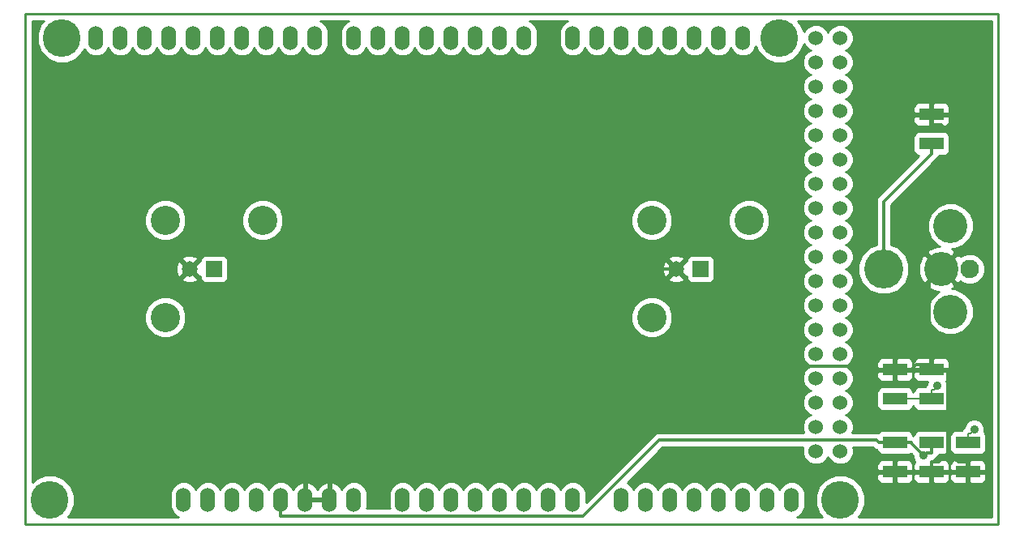
<source format=gbl>
G04 (created by PCBNEW-RS274X (2011-05-25)-stable) date Fri 11 Oct 2013 04:24:49 PM EDT*
G01*
G70*
G90*
%MOIN*%
G04 Gerber Fmt 3.4, Leading zero omitted, Abs format*
%FSLAX34Y34*%
G04 APERTURE LIST*
%ADD10C,0.006000*%
%ADD11C,0.009000*%
%ADD12C,0.076000*%
%ADD13C,0.140000*%
%ADD14C,0.160000*%
%ADD15C,0.155000*%
%ADD16O,0.060000X0.100000*%
%ADD17C,0.060000*%
%ADD18R,0.100000X0.050000*%
%ADD19C,0.120000*%
%ADD20R,0.065000X0.065000*%
%ADD21C,0.065000*%
%ADD22C,0.035000*%
%ADD23C,0.012000*%
%ADD24C,0.008000*%
%ADD25C,0.010000*%
G04 APERTURE END LIST*
G54D10*
G54D11*
X89500Y-30500D02*
X49500Y-30500D01*
X89500Y-51500D02*
X89500Y-30500D01*
X49500Y-51500D02*
X89500Y-51500D01*
X49500Y-30500D02*
X49500Y-51500D01*
G54D12*
X88320Y-41000D03*
G54D13*
X87140Y-41000D03*
G54D14*
X84780Y-41000D03*
G54D13*
X87530Y-39230D03*
X87530Y-42770D03*
G54D15*
X50500Y-50500D03*
X51000Y-31500D03*
X83000Y-50500D03*
X80500Y-31500D03*
G54D16*
X56000Y-50500D03*
X57000Y-50500D03*
X58000Y-50500D03*
X59000Y-50500D03*
X60000Y-50500D03*
X61000Y-50500D03*
X62000Y-50500D03*
X63000Y-50500D03*
X65000Y-50500D03*
X66000Y-50500D03*
X67000Y-50500D03*
X68000Y-50500D03*
X69000Y-50500D03*
X70000Y-50500D03*
X71000Y-50500D03*
X72000Y-50500D03*
X74000Y-50500D03*
X75000Y-50500D03*
X76000Y-50500D03*
X77000Y-50500D03*
X78000Y-50500D03*
X79000Y-50500D03*
X80000Y-50500D03*
X81000Y-50500D03*
X52400Y-31500D03*
X53400Y-31500D03*
X54400Y-31500D03*
X55400Y-31500D03*
X56400Y-31500D03*
X57400Y-31500D03*
X58400Y-31500D03*
X59400Y-31500D03*
X60400Y-31500D03*
X61400Y-31500D03*
X63000Y-31500D03*
X70000Y-31500D03*
X69000Y-31500D03*
X68000Y-31500D03*
X67000Y-31500D03*
X66000Y-31500D03*
X65000Y-31500D03*
X64000Y-31500D03*
X72000Y-31500D03*
X73000Y-31500D03*
X74000Y-31500D03*
X75000Y-31500D03*
X76000Y-31500D03*
X77000Y-31500D03*
X78000Y-31500D03*
X79000Y-31500D03*
G54D17*
X82000Y-31500D03*
X83000Y-31500D03*
X82000Y-32500D03*
X83000Y-32500D03*
X82000Y-33500D03*
X83000Y-33500D03*
X82000Y-34500D03*
X83000Y-34500D03*
X82000Y-35500D03*
X83000Y-35500D03*
X82000Y-36500D03*
X83000Y-36500D03*
X82000Y-37500D03*
X83000Y-37500D03*
X82000Y-38500D03*
X83000Y-38500D03*
X82000Y-39500D03*
X83000Y-39500D03*
X82000Y-40500D03*
X83000Y-40500D03*
X82000Y-41500D03*
X83000Y-41500D03*
X82000Y-42500D03*
X83000Y-42500D03*
X82000Y-43500D03*
X83000Y-43500D03*
X82000Y-44500D03*
X83000Y-44500D03*
X82000Y-45500D03*
X83000Y-45500D03*
X82000Y-46500D03*
X83000Y-46500D03*
X82000Y-47500D03*
X83000Y-47500D03*
X82000Y-48500D03*
X83000Y-48500D03*
G54D18*
X85250Y-46350D03*
X85250Y-45150D03*
X86750Y-35850D03*
X86750Y-34650D03*
X88250Y-48150D03*
X88250Y-49350D03*
X85250Y-48150D03*
X85250Y-49350D03*
X86750Y-48150D03*
X86750Y-49350D03*
X86750Y-46350D03*
X86750Y-45150D03*
G54D19*
X55250Y-39000D03*
X59250Y-39000D03*
G54D20*
X57250Y-41000D03*
G54D21*
X56250Y-41000D03*
G54D19*
X55250Y-43000D03*
X75250Y-39000D03*
X79250Y-39000D03*
G54D20*
X77250Y-41000D03*
G54D21*
X76250Y-41000D03*
G54D19*
X75250Y-43000D03*
G54D22*
X86425Y-48683D03*
X88507Y-47599D03*
X86987Y-45817D03*
G54D23*
X60000Y-50500D02*
X60000Y-51163D01*
X72435Y-51163D02*
X60000Y-51163D01*
X75562Y-48036D02*
X72435Y-51163D01*
X84473Y-48036D02*
X75562Y-48036D01*
X84587Y-48150D02*
X84473Y-48036D01*
X86750Y-48150D02*
X86750Y-48563D01*
X84919Y-48150D02*
X84587Y-48150D01*
X84919Y-48150D02*
X85250Y-48150D01*
X85250Y-48150D02*
X85913Y-48150D01*
X85913Y-48171D02*
X86425Y-48683D01*
X85913Y-48150D02*
X85913Y-48171D01*
X86545Y-48563D02*
X86750Y-48563D01*
X86425Y-48683D02*
X86545Y-48563D01*
X86750Y-34650D02*
X86750Y-35063D01*
X84919Y-45150D02*
X84587Y-45150D01*
X88250Y-49350D02*
X88250Y-48937D01*
X87837Y-48937D02*
X88250Y-48937D01*
X87466Y-48566D02*
X87837Y-48937D01*
X87414Y-48566D02*
X87466Y-48566D01*
X85250Y-49350D02*
X86750Y-49350D01*
X87043Y-48937D02*
X87414Y-48566D01*
X86750Y-48937D02*
X87043Y-48937D01*
X86750Y-49350D02*
X86750Y-48937D01*
X62000Y-50500D02*
X62000Y-49837D01*
X76250Y-41000D02*
X76250Y-41020D01*
X80230Y-45000D02*
X76250Y-41020D01*
X84437Y-45000D02*
X80230Y-45000D01*
X84587Y-45150D02*
X84437Y-45000D01*
X70817Y-41020D02*
X62000Y-49837D01*
X76250Y-41020D02*
X70817Y-41020D01*
X88895Y-39245D02*
X87140Y-41000D01*
X88895Y-36795D02*
X88895Y-39245D01*
X87163Y-35063D02*
X88895Y-36795D01*
X86750Y-35063D02*
X87163Y-35063D01*
X86666Y-44653D02*
X86750Y-44737D01*
X86666Y-41474D02*
X86666Y-44653D01*
X87140Y-41000D02*
X86666Y-41474D01*
X84919Y-45150D02*
X85250Y-45150D01*
X86750Y-45150D02*
X86750Y-44943D01*
X86750Y-44943D02*
X86750Y-44737D01*
X86120Y-44943D02*
X85913Y-45150D01*
X86750Y-44943D02*
X86120Y-44943D01*
X85250Y-45150D02*
X85913Y-45150D01*
X87414Y-45151D02*
X87413Y-45150D01*
X87414Y-48566D02*
X87414Y-45151D01*
X86750Y-45150D02*
X87413Y-45150D01*
G54D24*
X88349Y-47757D02*
X88250Y-47757D01*
X88507Y-47599D02*
X88349Y-47757D01*
X88250Y-48150D02*
X88250Y-47757D01*
X85250Y-46350D02*
X85893Y-46350D01*
X86750Y-46350D02*
X85893Y-46350D01*
X86847Y-45957D02*
X86987Y-45817D01*
X86750Y-45957D02*
X86847Y-45957D01*
X86750Y-46350D02*
X86750Y-45957D01*
G54D23*
X84780Y-38233D02*
X86750Y-36263D01*
X84780Y-41000D02*
X84780Y-38233D01*
X86750Y-35850D02*
X86750Y-36263D01*
G54D10*
G36*
X81773Y-47000D02*
X81689Y-47035D01*
X81535Y-47189D01*
X81451Y-47391D01*
X81451Y-47609D01*
X81499Y-47726D01*
X80100Y-47726D01*
X80100Y-39170D01*
X80100Y-38832D01*
X79971Y-38520D01*
X79732Y-38280D01*
X79420Y-38150D01*
X79082Y-38150D01*
X78770Y-38279D01*
X78530Y-38518D01*
X78400Y-38830D01*
X78400Y-39168D01*
X78529Y-39480D01*
X78768Y-39720D01*
X79080Y-39850D01*
X79418Y-39850D01*
X79730Y-39721D01*
X79970Y-39482D01*
X80100Y-39170D01*
X80100Y-47726D01*
X77824Y-47726D01*
X77824Y-41375D01*
X77824Y-41276D01*
X77824Y-40626D01*
X77786Y-40534D01*
X77716Y-40464D01*
X77625Y-40426D01*
X77526Y-40426D01*
X76876Y-40426D01*
X76784Y-40464D01*
X76714Y-40534D01*
X76676Y-40625D01*
X76676Y-40684D01*
X76646Y-40675D01*
X76575Y-40746D01*
X76575Y-40604D01*
X76546Y-40508D01*
X76334Y-40432D01*
X76111Y-40444D01*
X76100Y-40448D01*
X76100Y-39170D01*
X76100Y-38832D01*
X75971Y-38520D01*
X75732Y-38280D01*
X75420Y-38150D01*
X75082Y-38150D01*
X74770Y-38279D01*
X74530Y-38518D01*
X74400Y-38830D01*
X74400Y-39168D01*
X74529Y-39480D01*
X74768Y-39720D01*
X75080Y-39850D01*
X75418Y-39850D01*
X75730Y-39721D01*
X75970Y-39482D01*
X76100Y-39170D01*
X76100Y-40448D01*
X75954Y-40508D01*
X75925Y-40604D01*
X76250Y-40929D01*
X76575Y-40604D01*
X76575Y-40746D01*
X76321Y-41000D01*
X76646Y-41325D01*
X76676Y-41315D01*
X76676Y-41374D01*
X76714Y-41466D01*
X76784Y-41536D01*
X76875Y-41574D01*
X76974Y-41574D01*
X77624Y-41574D01*
X77716Y-41536D01*
X77786Y-41466D01*
X77824Y-41375D01*
X77824Y-47726D01*
X76575Y-47726D01*
X76575Y-41396D01*
X76250Y-41071D01*
X76179Y-41142D01*
X76179Y-41000D01*
X75854Y-40675D01*
X75758Y-40704D01*
X75682Y-40916D01*
X75694Y-41139D01*
X75758Y-41296D01*
X75854Y-41325D01*
X76179Y-41000D01*
X76179Y-41142D01*
X75925Y-41396D01*
X75954Y-41492D01*
X76166Y-41568D01*
X76389Y-41556D01*
X76546Y-41492D01*
X76575Y-41396D01*
X76575Y-47726D01*
X76100Y-47726D01*
X76100Y-43170D01*
X76100Y-42832D01*
X75971Y-42520D01*
X75732Y-42280D01*
X75420Y-42150D01*
X75082Y-42150D01*
X74770Y-42279D01*
X74530Y-42518D01*
X74400Y-42830D01*
X74400Y-43168D01*
X74529Y-43480D01*
X74768Y-43720D01*
X75080Y-43850D01*
X75418Y-43850D01*
X75730Y-43721D01*
X75970Y-43482D01*
X76100Y-43170D01*
X76100Y-47726D01*
X75562Y-47726D01*
X75443Y-47750D01*
X75343Y-47817D01*
X72540Y-50620D01*
X72540Y-50607D01*
X72540Y-50179D01*
X72458Y-49980D01*
X72306Y-49829D01*
X72108Y-49746D01*
X71893Y-49746D01*
X71694Y-49828D01*
X71543Y-49980D01*
X71500Y-50082D01*
X71458Y-49980D01*
X71306Y-49829D01*
X71108Y-49746D01*
X70893Y-49746D01*
X70694Y-49828D01*
X70543Y-49980D01*
X70500Y-50082D01*
X70458Y-49980D01*
X70306Y-49829D01*
X70108Y-49746D01*
X69893Y-49746D01*
X69694Y-49828D01*
X69543Y-49980D01*
X69500Y-50082D01*
X69458Y-49980D01*
X69306Y-49829D01*
X69108Y-49746D01*
X68893Y-49746D01*
X68694Y-49828D01*
X68543Y-49980D01*
X68500Y-50082D01*
X68458Y-49980D01*
X68306Y-49829D01*
X68108Y-49746D01*
X67893Y-49746D01*
X67694Y-49828D01*
X67543Y-49980D01*
X67500Y-50082D01*
X67458Y-49980D01*
X67306Y-49829D01*
X67108Y-49746D01*
X66893Y-49746D01*
X66694Y-49828D01*
X66543Y-49980D01*
X66500Y-50082D01*
X66458Y-49980D01*
X66306Y-49829D01*
X66108Y-49746D01*
X65893Y-49746D01*
X65694Y-49828D01*
X65543Y-49980D01*
X65500Y-50082D01*
X65458Y-49980D01*
X65306Y-49829D01*
X65108Y-49746D01*
X64893Y-49746D01*
X64694Y-49828D01*
X64543Y-49980D01*
X64460Y-50178D01*
X64460Y-50393D01*
X64460Y-50821D01*
X64473Y-50853D01*
X63527Y-50853D01*
X63540Y-50822D01*
X63540Y-50607D01*
X63540Y-50179D01*
X63458Y-49980D01*
X63306Y-49829D01*
X63108Y-49746D01*
X62893Y-49746D01*
X62694Y-49828D01*
X62543Y-49980D01*
X62500Y-50081D01*
X62489Y-50043D01*
X62353Y-49875D01*
X62163Y-49772D01*
X62135Y-49768D01*
X62050Y-49815D01*
X62050Y-50400D01*
X62050Y-50450D01*
X62050Y-50550D01*
X61950Y-50550D01*
X61950Y-50450D01*
X61950Y-49815D01*
X61865Y-49768D01*
X61837Y-49772D01*
X61647Y-49875D01*
X61511Y-50043D01*
X61500Y-50080D01*
X61489Y-50043D01*
X61353Y-49875D01*
X61163Y-49772D01*
X61135Y-49768D01*
X61050Y-49815D01*
X61050Y-50450D01*
X61450Y-50450D01*
X61550Y-50450D01*
X61950Y-50450D01*
X61950Y-50550D01*
X61900Y-50550D01*
X61550Y-50550D01*
X61450Y-50550D01*
X61100Y-50550D01*
X61050Y-50550D01*
X60950Y-50550D01*
X60950Y-50450D01*
X60950Y-50400D01*
X60950Y-49815D01*
X60865Y-49768D01*
X60837Y-49772D01*
X60647Y-49875D01*
X60511Y-50043D01*
X60499Y-50081D01*
X60458Y-49980D01*
X60306Y-49829D01*
X60108Y-49746D01*
X60100Y-49746D01*
X60100Y-39170D01*
X60100Y-38832D01*
X59971Y-38520D01*
X59732Y-38280D01*
X59420Y-38150D01*
X59082Y-38150D01*
X58770Y-38279D01*
X58530Y-38518D01*
X58400Y-38830D01*
X58400Y-39168D01*
X58529Y-39480D01*
X58768Y-39720D01*
X59080Y-39850D01*
X59418Y-39850D01*
X59730Y-39721D01*
X59970Y-39482D01*
X60100Y-39170D01*
X60100Y-49746D01*
X59893Y-49746D01*
X59694Y-49828D01*
X59543Y-49980D01*
X59500Y-50082D01*
X59458Y-49980D01*
X59306Y-49829D01*
X59108Y-49746D01*
X58893Y-49746D01*
X58694Y-49828D01*
X58543Y-49980D01*
X58500Y-50082D01*
X58458Y-49980D01*
X58306Y-49829D01*
X58108Y-49746D01*
X57893Y-49746D01*
X57824Y-49774D01*
X57824Y-41375D01*
X57824Y-41276D01*
X57824Y-40626D01*
X57786Y-40534D01*
X57716Y-40464D01*
X57625Y-40426D01*
X57526Y-40426D01*
X56876Y-40426D01*
X56784Y-40464D01*
X56714Y-40534D01*
X56676Y-40625D01*
X56676Y-40684D01*
X56646Y-40675D01*
X56575Y-40746D01*
X56575Y-40604D01*
X56546Y-40508D01*
X56334Y-40432D01*
X56111Y-40444D01*
X56100Y-40448D01*
X56100Y-39170D01*
X56100Y-38832D01*
X55971Y-38520D01*
X55732Y-38280D01*
X55420Y-38150D01*
X55082Y-38150D01*
X54770Y-38279D01*
X54530Y-38518D01*
X54400Y-38830D01*
X54400Y-39168D01*
X54529Y-39480D01*
X54768Y-39720D01*
X55080Y-39850D01*
X55418Y-39850D01*
X55730Y-39721D01*
X55970Y-39482D01*
X56100Y-39170D01*
X56100Y-40448D01*
X55954Y-40508D01*
X55925Y-40604D01*
X56250Y-40929D01*
X56575Y-40604D01*
X56575Y-40746D01*
X56321Y-41000D01*
X56646Y-41325D01*
X56676Y-41315D01*
X56676Y-41374D01*
X56714Y-41466D01*
X56784Y-41536D01*
X56875Y-41574D01*
X56974Y-41574D01*
X57624Y-41574D01*
X57716Y-41536D01*
X57786Y-41466D01*
X57824Y-41375D01*
X57824Y-49774D01*
X57694Y-49828D01*
X57543Y-49980D01*
X57500Y-50082D01*
X57458Y-49980D01*
X57306Y-49829D01*
X57108Y-49746D01*
X56893Y-49746D01*
X56694Y-49828D01*
X56575Y-49947D01*
X56575Y-41396D01*
X56250Y-41071D01*
X56179Y-41142D01*
X56179Y-41000D01*
X55854Y-40675D01*
X55758Y-40704D01*
X55682Y-40916D01*
X55694Y-41139D01*
X55758Y-41296D01*
X55854Y-41325D01*
X56179Y-41000D01*
X56179Y-41142D01*
X55925Y-41396D01*
X55954Y-41492D01*
X56166Y-41568D01*
X56389Y-41556D01*
X56546Y-41492D01*
X56575Y-41396D01*
X56575Y-49947D01*
X56543Y-49980D01*
X56500Y-50082D01*
X56458Y-49980D01*
X56306Y-49829D01*
X56108Y-49746D01*
X56100Y-49746D01*
X56100Y-43170D01*
X56100Y-42832D01*
X55971Y-42520D01*
X55732Y-42280D01*
X55420Y-42150D01*
X55082Y-42150D01*
X54770Y-42279D01*
X54530Y-42518D01*
X54400Y-42830D01*
X54400Y-43168D01*
X54529Y-43480D01*
X54768Y-43720D01*
X55080Y-43850D01*
X55418Y-43850D01*
X55730Y-43721D01*
X55970Y-43482D01*
X56100Y-43170D01*
X56100Y-49746D01*
X55893Y-49746D01*
X55694Y-49828D01*
X55543Y-49980D01*
X55460Y-50178D01*
X55460Y-50393D01*
X55460Y-50821D01*
X55542Y-51020D01*
X55694Y-51171D01*
X55775Y-51205D01*
X51244Y-51205D01*
X51368Y-51081D01*
X51525Y-50705D01*
X51525Y-50297D01*
X51369Y-49920D01*
X51081Y-49632D01*
X50705Y-49475D01*
X50297Y-49475D01*
X49920Y-49631D01*
X49795Y-49756D01*
X49795Y-30795D01*
X50256Y-30795D01*
X50132Y-30919D01*
X49975Y-31295D01*
X49975Y-31703D01*
X50131Y-32080D01*
X50419Y-32368D01*
X50795Y-32525D01*
X51203Y-32525D01*
X51580Y-32369D01*
X51868Y-32081D01*
X51917Y-31961D01*
X51942Y-32020D01*
X52094Y-32171D01*
X52292Y-32254D01*
X52507Y-32254D01*
X52706Y-32172D01*
X52857Y-32020D01*
X52899Y-31917D01*
X52942Y-32020D01*
X53094Y-32171D01*
X53292Y-32254D01*
X53507Y-32254D01*
X53706Y-32172D01*
X53857Y-32020D01*
X53899Y-31917D01*
X53942Y-32020D01*
X54094Y-32171D01*
X54292Y-32254D01*
X54507Y-32254D01*
X54706Y-32172D01*
X54857Y-32020D01*
X54899Y-31917D01*
X54942Y-32020D01*
X55094Y-32171D01*
X55292Y-32254D01*
X55507Y-32254D01*
X55706Y-32172D01*
X55857Y-32020D01*
X55899Y-31917D01*
X55942Y-32020D01*
X56094Y-32171D01*
X56292Y-32254D01*
X56507Y-32254D01*
X56706Y-32172D01*
X56857Y-32020D01*
X56899Y-31917D01*
X56942Y-32020D01*
X57094Y-32171D01*
X57292Y-32254D01*
X57507Y-32254D01*
X57706Y-32172D01*
X57857Y-32020D01*
X57899Y-31917D01*
X57942Y-32020D01*
X58094Y-32171D01*
X58292Y-32254D01*
X58507Y-32254D01*
X58706Y-32172D01*
X58857Y-32020D01*
X58899Y-31917D01*
X58942Y-32020D01*
X59094Y-32171D01*
X59292Y-32254D01*
X59507Y-32254D01*
X59706Y-32172D01*
X59857Y-32020D01*
X59899Y-31917D01*
X59942Y-32020D01*
X60094Y-32171D01*
X60292Y-32254D01*
X60507Y-32254D01*
X60706Y-32172D01*
X60857Y-32020D01*
X60899Y-31917D01*
X60942Y-32020D01*
X61094Y-32171D01*
X61292Y-32254D01*
X61507Y-32254D01*
X61706Y-32172D01*
X61857Y-32020D01*
X61940Y-31822D01*
X61940Y-31607D01*
X61940Y-31179D01*
X61858Y-30980D01*
X61706Y-30829D01*
X61624Y-30795D01*
X62774Y-30795D01*
X62694Y-30828D01*
X62543Y-30980D01*
X62460Y-31178D01*
X62460Y-31393D01*
X62460Y-31821D01*
X62542Y-32020D01*
X62694Y-32171D01*
X62892Y-32254D01*
X63107Y-32254D01*
X63306Y-32172D01*
X63457Y-32020D01*
X63499Y-31917D01*
X63542Y-32020D01*
X63694Y-32171D01*
X63892Y-32254D01*
X64107Y-32254D01*
X64306Y-32172D01*
X64457Y-32020D01*
X64499Y-31917D01*
X64542Y-32020D01*
X64694Y-32171D01*
X64892Y-32254D01*
X65107Y-32254D01*
X65306Y-32172D01*
X65457Y-32020D01*
X65499Y-31917D01*
X65542Y-32020D01*
X65694Y-32171D01*
X65892Y-32254D01*
X66107Y-32254D01*
X66306Y-32172D01*
X66457Y-32020D01*
X66499Y-31917D01*
X66542Y-32020D01*
X66694Y-32171D01*
X66892Y-32254D01*
X67107Y-32254D01*
X67306Y-32172D01*
X67457Y-32020D01*
X67499Y-31917D01*
X67542Y-32020D01*
X67694Y-32171D01*
X67892Y-32254D01*
X68107Y-32254D01*
X68306Y-32172D01*
X68457Y-32020D01*
X68499Y-31917D01*
X68542Y-32020D01*
X68694Y-32171D01*
X68892Y-32254D01*
X69107Y-32254D01*
X69306Y-32172D01*
X69457Y-32020D01*
X69499Y-31917D01*
X69542Y-32020D01*
X69694Y-32171D01*
X69892Y-32254D01*
X70107Y-32254D01*
X70306Y-32172D01*
X70457Y-32020D01*
X70540Y-31822D01*
X70540Y-31607D01*
X70540Y-31179D01*
X70458Y-30980D01*
X70306Y-30829D01*
X70224Y-30795D01*
X71774Y-30795D01*
X71694Y-30828D01*
X71543Y-30980D01*
X71460Y-31178D01*
X71460Y-31393D01*
X71460Y-31821D01*
X71542Y-32020D01*
X71694Y-32171D01*
X71892Y-32254D01*
X72107Y-32254D01*
X72306Y-32172D01*
X72457Y-32020D01*
X72499Y-31917D01*
X72542Y-32020D01*
X72694Y-32171D01*
X72892Y-32254D01*
X73107Y-32254D01*
X73306Y-32172D01*
X73457Y-32020D01*
X73499Y-31917D01*
X73542Y-32020D01*
X73694Y-32171D01*
X73892Y-32254D01*
X74107Y-32254D01*
X74306Y-32172D01*
X74457Y-32020D01*
X74499Y-31917D01*
X74542Y-32020D01*
X74694Y-32171D01*
X74892Y-32254D01*
X75107Y-32254D01*
X75306Y-32172D01*
X75457Y-32020D01*
X75499Y-31917D01*
X75542Y-32020D01*
X75694Y-32171D01*
X75892Y-32254D01*
X76107Y-32254D01*
X76306Y-32172D01*
X76457Y-32020D01*
X76499Y-31917D01*
X76542Y-32020D01*
X76694Y-32171D01*
X76892Y-32254D01*
X77107Y-32254D01*
X77306Y-32172D01*
X77457Y-32020D01*
X77499Y-31917D01*
X77542Y-32020D01*
X77694Y-32171D01*
X77892Y-32254D01*
X78107Y-32254D01*
X78306Y-32172D01*
X78457Y-32020D01*
X78499Y-31917D01*
X78542Y-32020D01*
X78694Y-32171D01*
X78892Y-32254D01*
X79107Y-32254D01*
X79306Y-32172D01*
X79457Y-32020D01*
X79532Y-31840D01*
X79631Y-32080D01*
X79919Y-32368D01*
X80295Y-32525D01*
X80703Y-32525D01*
X81080Y-32369D01*
X81368Y-32081D01*
X81507Y-31745D01*
X81535Y-31811D01*
X81689Y-31965D01*
X81773Y-32000D01*
X81689Y-32035D01*
X81535Y-32189D01*
X81451Y-32391D01*
X81451Y-32609D01*
X81535Y-32811D01*
X81689Y-32965D01*
X81773Y-33000D01*
X81689Y-33035D01*
X81535Y-33189D01*
X81451Y-33391D01*
X81451Y-33609D01*
X81535Y-33811D01*
X81689Y-33965D01*
X81773Y-34000D01*
X81689Y-34035D01*
X81535Y-34189D01*
X81451Y-34391D01*
X81451Y-34609D01*
X81535Y-34811D01*
X81689Y-34965D01*
X81773Y-35000D01*
X81689Y-35035D01*
X81535Y-35189D01*
X81451Y-35391D01*
X81451Y-35609D01*
X81535Y-35811D01*
X81689Y-35965D01*
X81773Y-36000D01*
X81689Y-36035D01*
X81535Y-36189D01*
X81451Y-36391D01*
X81451Y-36609D01*
X81535Y-36811D01*
X81689Y-36965D01*
X81773Y-37000D01*
X81689Y-37035D01*
X81535Y-37189D01*
X81451Y-37391D01*
X81451Y-37609D01*
X81535Y-37811D01*
X81689Y-37965D01*
X81773Y-38000D01*
X81689Y-38035D01*
X81535Y-38189D01*
X81451Y-38391D01*
X81451Y-38609D01*
X81535Y-38811D01*
X81689Y-38965D01*
X81773Y-39000D01*
X81689Y-39035D01*
X81535Y-39189D01*
X81451Y-39391D01*
X81451Y-39609D01*
X81535Y-39811D01*
X81689Y-39965D01*
X81773Y-40000D01*
X81689Y-40035D01*
X81535Y-40189D01*
X81451Y-40391D01*
X81451Y-40609D01*
X81535Y-40811D01*
X81689Y-40965D01*
X81773Y-41000D01*
X81689Y-41035D01*
X81535Y-41189D01*
X81451Y-41391D01*
X81451Y-41609D01*
X81535Y-41811D01*
X81689Y-41965D01*
X81773Y-42000D01*
X81689Y-42035D01*
X81535Y-42189D01*
X81451Y-42391D01*
X81451Y-42609D01*
X81535Y-42811D01*
X81689Y-42965D01*
X81773Y-43000D01*
X81689Y-43035D01*
X81535Y-43189D01*
X81451Y-43391D01*
X81451Y-43609D01*
X81535Y-43811D01*
X81689Y-43965D01*
X81773Y-44000D01*
X81689Y-44035D01*
X81535Y-44189D01*
X81451Y-44391D01*
X81451Y-44609D01*
X81535Y-44811D01*
X81689Y-44965D01*
X81773Y-45000D01*
X81689Y-45035D01*
X81535Y-45189D01*
X81451Y-45391D01*
X81451Y-45609D01*
X81535Y-45811D01*
X81689Y-45965D01*
X81773Y-46000D01*
X81689Y-46035D01*
X81535Y-46189D01*
X81451Y-46391D01*
X81451Y-46609D01*
X81535Y-46811D01*
X81689Y-46965D01*
X81773Y-47000D01*
X81773Y-47000D01*
G37*
G54D25*
X81773Y-47000D02*
X81689Y-47035D01*
X81535Y-47189D01*
X81451Y-47391D01*
X81451Y-47609D01*
X81499Y-47726D01*
X80100Y-47726D01*
X80100Y-39170D01*
X80100Y-38832D01*
X79971Y-38520D01*
X79732Y-38280D01*
X79420Y-38150D01*
X79082Y-38150D01*
X78770Y-38279D01*
X78530Y-38518D01*
X78400Y-38830D01*
X78400Y-39168D01*
X78529Y-39480D01*
X78768Y-39720D01*
X79080Y-39850D01*
X79418Y-39850D01*
X79730Y-39721D01*
X79970Y-39482D01*
X80100Y-39170D01*
X80100Y-47726D01*
X77824Y-47726D01*
X77824Y-41375D01*
X77824Y-41276D01*
X77824Y-40626D01*
X77786Y-40534D01*
X77716Y-40464D01*
X77625Y-40426D01*
X77526Y-40426D01*
X76876Y-40426D01*
X76784Y-40464D01*
X76714Y-40534D01*
X76676Y-40625D01*
X76676Y-40684D01*
X76646Y-40675D01*
X76575Y-40746D01*
X76575Y-40604D01*
X76546Y-40508D01*
X76334Y-40432D01*
X76111Y-40444D01*
X76100Y-40448D01*
X76100Y-39170D01*
X76100Y-38832D01*
X75971Y-38520D01*
X75732Y-38280D01*
X75420Y-38150D01*
X75082Y-38150D01*
X74770Y-38279D01*
X74530Y-38518D01*
X74400Y-38830D01*
X74400Y-39168D01*
X74529Y-39480D01*
X74768Y-39720D01*
X75080Y-39850D01*
X75418Y-39850D01*
X75730Y-39721D01*
X75970Y-39482D01*
X76100Y-39170D01*
X76100Y-40448D01*
X75954Y-40508D01*
X75925Y-40604D01*
X76250Y-40929D01*
X76575Y-40604D01*
X76575Y-40746D01*
X76321Y-41000D01*
X76646Y-41325D01*
X76676Y-41315D01*
X76676Y-41374D01*
X76714Y-41466D01*
X76784Y-41536D01*
X76875Y-41574D01*
X76974Y-41574D01*
X77624Y-41574D01*
X77716Y-41536D01*
X77786Y-41466D01*
X77824Y-41375D01*
X77824Y-47726D01*
X76575Y-47726D01*
X76575Y-41396D01*
X76250Y-41071D01*
X76179Y-41142D01*
X76179Y-41000D01*
X75854Y-40675D01*
X75758Y-40704D01*
X75682Y-40916D01*
X75694Y-41139D01*
X75758Y-41296D01*
X75854Y-41325D01*
X76179Y-41000D01*
X76179Y-41142D01*
X75925Y-41396D01*
X75954Y-41492D01*
X76166Y-41568D01*
X76389Y-41556D01*
X76546Y-41492D01*
X76575Y-41396D01*
X76575Y-47726D01*
X76100Y-47726D01*
X76100Y-43170D01*
X76100Y-42832D01*
X75971Y-42520D01*
X75732Y-42280D01*
X75420Y-42150D01*
X75082Y-42150D01*
X74770Y-42279D01*
X74530Y-42518D01*
X74400Y-42830D01*
X74400Y-43168D01*
X74529Y-43480D01*
X74768Y-43720D01*
X75080Y-43850D01*
X75418Y-43850D01*
X75730Y-43721D01*
X75970Y-43482D01*
X76100Y-43170D01*
X76100Y-47726D01*
X75562Y-47726D01*
X75443Y-47750D01*
X75343Y-47817D01*
X72540Y-50620D01*
X72540Y-50607D01*
X72540Y-50179D01*
X72458Y-49980D01*
X72306Y-49829D01*
X72108Y-49746D01*
X71893Y-49746D01*
X71694Y-49828D01*
X71543Y-49980D01*
X71500Y-50082D01*
X71458Y-49980D01*
X71306Y-49829D01*
X71108Y-49746D01*
X70893Y-49746D01*
X70694Y-49828D01*
X70543Y-49980D01*
X70500Y-50082D01*
X70458Y-49980D01*
X70306Y-49829D01*
X70108Y-49746D01*
X69893Y-49746D01*
X69694Y-49828D01*
X69543Y-49980D01*
X69500Y-50082D01*
X69458Y-49980D01*
X69306Y-49829D01*
X69108Y-49746D01*
X68893Y-49746D01*
X68694Y-49828D01*
X68543Y-49980D01*
X68500Y-50082D01*
X68458Y-49980D01*
X68306Y-49829D01*
X68108Y-49746D01*
X67893Y-49746D01*
X67694Y-49828D01*
X67543Y-49980D01*
X67500Y-50082D01*
X67458Y-49980D01*
X67306Y-49829D01*
X67108Y-49746D01*
X66893Y-49746D01*
X66694Y-49828D01*
X66543Y-49980D01*
X66500Y-50082D01*
X66458Y-49980D01*
X66306Y-49829D01*
X66108Y-49746D01*
X65893Y-49746D01*
X65694Y-49828D01*
X65543Y-49980D01*
X65500Y-50082D01*
X65458Y-49980D01*
X65306Y-49829D01*
X65108Y-49746D01*
X64893Y-49746D01*
X64694Y-49828D01*
X64543Y-49980D01*
X64460Y-50178D01*
X64460Y-50393D01*
X64460Y-50821D01*
X64473Y-50853D01*
X63527Y-50853D01*
X63540Y-50822D01*
X63540Y-50607D01*
X63540Y-50179D01*
X63458Y-49980D01*
X63306Y-49829D01*
X63108Y-49746D01*
X62893Y-49746D01*
X62694Y-49828D01*
X62543Y-49980D01*
X62500Y-50081D01*
X62489Y-50043D01*
X62353Y-49875D01*
X62163Y-49772D01*
X62135Y-49768D01*
X62050Y-49815D01*
X62050Y-50400D01*
X62050Y-50450D01*
X62050Y-50550D01*
X61950Y-50550D01*
X61950Y-50450D01*
X61950Y-49815D01*
X61865Y-49768D01*
X61837Y-49772D01*
X61647Y-49875D01*
X61511Y-50043D01*
X61500Y-50080D01*
X61489Y-50043D01*
X61353Y-49875D01*
X61163Y-49772D01*
X61135Y-49768D01*
X61050Y-49815D01*
X61050Y-50450D01*
X61450Y-50450D01*
X61550Y-50450D01*
X61950Y-50450D01*
X61950Y-50550D01*
X61900Y-50550D01*
X61550Y-50550D01*
X61450Y-50550D01*
X61100Y-50550D01*
X61050Y-50550D01*
X60950Y-50550D01*
X60950Y-50450D01*
X60950Y-50400D01*
X60950Y-49815D01*
X60865Y-49768D01*
X60837Y-49772D01*
X60647Y-49875D01*
X60511Y-50043D01*
X60499Y-50081D01*
X60458Y-49980D01*
X60306Y-49829D01*
X60108Y-49746D01*
X60100Y-49746D01*
X60100Y-39170D01*
X60100Y-38832D01*
X59971Y-38520D01*
X59732Y-38280D01*
X59420Y-38150D01*
X59082Y-38150D01*
X58770Y-38279D01*
X58530Y-38518D01*
X58400Y-38830D01*
X58400Y-39168D01*
X58529Y-39480D01*
X58768Y-39720D01*
X59080Y-39850D01*
X59418Y-39850D01*
X59730Y-39721D01*
X59970Y-39482D01*
X60100Y-39170D01*
X60100Y-49746D01*
X59893Y-49746D01*
X59694Y-49828D01*
X59543Y-49980D01*
X59500Y-50082D01*
X59458Y-49980D01*
X59306Y-49829D01*
X59108Y-49746D01*
X58893Y-49746D01*
X58694Y-49828D01*
X58543Y-49980D01*
X58500Y-50082D01*
X58458Y-49980D01*
X58306Y-49829D01*
X58108Y-49746D01*
X57893Y-49746D01*
X57824Y-49774D01*
X57824Y-41375D01*
X57824Y-41276D01*
X57824Y-40626D01*
X57786Y-40534D01*
X57716Y-40464D01*
X57625Y-40426D01*
X57526Y-40426D01*
X56876Y-40426D01*
X56784Y-40464D01*
X56714Y-40534D01*
X56676Y-40625D01*
X56676Y-40684D01*
X56646Y-40675D01*
X56575Y-40746D01*
X56575Y-40604D01*
X56546Y-40508D01*
X56334Y-40432D01*
X56111Y-40444D01*
X56100Y-40448D01*
X56100Y-39170D01*
X56100Y-38832D01*
X55971Y-38520D01*
X55732Y-38280D01*
X55420Y-38150D01*
X55082Y-38150D01*
X54770Y-38279D01*
X54530Y-38518D01*
X54400Y-38830D01*
X54400Y-39168D01*
X54529Y-39480D01*
X54768Y-39720D01*
X55080Y-39850D01*
X55418Y-39850D01*
X55730Y-39721D01*
X55970Y-39482D01*
X56100Y-39170D01*
X56100Y-40448D01*
X55954Y-40508D01*
X55925Y-40604D01*
X56250Y-40929D01*
X56575Y-40604D01*
X56575Y-40746D01*
X56321Y-41000D01*
X56646Y-41325D01*
X56676Y-41315D01*
X56676Y-41374D01*
X56714Y-41466D01*
X56784Y-41536D01*
X56875Y-41574D01*
X56974Y-41574D01*
X57624Y-41574D01*
X57716Y-41536D01*
X57786Y-41466D01*
X57824Y-41375D01*
X57824Y-49774D01*
X57694Y-49828D01*
X57543Y-49980D01*
X57500Y-50082D01*
X57458Y-49980D01*
X57306Y-49829D01*
X57108Y-49746D01*
X56893Y-49746D01*
X56694Y-49828D01*
X56575Y-49947D01*
X56575Y-41396D01*
X56250Y-41071D01*
X56179Y-41142D01*
X56179Y-41000D01*
X55854Y-40675D01*
X55758Y-40704D01*
X55682Y-40916D01*
X55694Y-41139D01*
X55758Y-41296D01*
X55854Y-41325D01*
X56179Y-41000D01*
X56179Y-41142D01*
X55925Y-41396D01*
X55954Y-41492D01*
X56166Y-41568D01*
X56389Y-41556D01*
X56546Y-41492D01*
X56575Y-41396D01*
X56575Y-49947D01*
X56543Y-49980D01*
X56500Y-50082D01*
X56458Y-49980D01*
X56306Y-49829D01*
X56108Y-49746D01*
X56100Y-49746D01*
X56100Y-43170D01*
X56100Y-42832D01*
X55971Y-42520D01*
X55732Y-42280D01*
X55420Y-42150D01*
X55082Y-42150D01*
X54770Y-42279D01*
X54530Y-42518D01*
X54400Y-42830D01*
X54400Y-43168D01*
X54529Y-43480D01*
X54768Y-43720D01*
X55080Y-43850D01*
X55418Y-43850D01*
X55730Y-43721D01*
X55970Y-43482D01*
X56100Y-43170D01*
X56100Y-49746D01*
X55893Y-49746D01*
X55694Y-49828D01*
X55543Y-49980D01*
X55460Y-50178D01*
X55460Y-50393D01*
X55460Y-50821D01*
X55542Y-51020D01*
X55694Y-51171D01*
X55775Y-51205D01*
X51244Y-51205D01*
X51368Y-51081D01*
X51525Y-50705D01*
X51525Y-50297D01*
X51369Y-49920D01*
X51081Y-49632D01*
X50705Y-49475D01*
X50297Y-49475D01*
X49920Y-49631D01*
X49795Y-49756D01*
X49795Y-30795D01*
X50256Y-30795D01*
X50132Y-30919D01*
X49975Y-31295D01*
X49975Y-31703D01*
X50131Y-32080D01*
X50419Y-32368D01*
X50795Y-32525D01*
X51203Y-32525D01*
X51580Y-32369D01*
X51868Y-32081D01*
X51917Y-31961D01*
X51942Y-32020D01*
X52094Y-32171D01*
X52292Y-32254D01*
X52507Y-32254D01*
X52706Y-32172D01*
X52857Y-32020D01*
X52899Y-31917D01*
X52942Y-32020D01*
X53094Y-32171D01*
X53292Y-32254D01*
X53507Y-32254D01*
X53706Y-32172D01*
X53857Y-32020D01*
X53899Y-31917D01*
X53942Y-32020D01*
X54094Y-32171D01*
X54292Y-32254D01*
X54507Y-32254D01*
X54706Y-32172D01*
X54857Y-32020D01*
X54899Y-31917D01*
X54942Y-32020D01*
X55094Y-32171D01*
X55292Y-32254D01*
X55507Y-32254D01*
X55706Y-32172D01*
X55857Y-32020D01*
X55899Y-31917D01*
X55942Y-32020D01*
X56094Y-32171D01*
X56292Y-32254D01*
X56507Y-32254D01*
X56706Y-32172D01*
X56857Y-32020D01*
X56899Y-31917D01*
X56942Y-32020D01*
X57094Y-32171D01*
X57292Y-32254D01*
X57507Y-32254D01*
X57706Y-32172D01*
X57857Y-32020D01*
X57899Y-31917D01*
X57942Y-32020D01*
X58094Y-32171D01*
X58292Y-32254D01*
X58507Y-32254D01*
X58706Y-32172D01*
X58857Y-32020D01*
X58899Y-31917D01*
X58942Y-32020D01*
X59094Y-32171D01*
X59292Y-32254D01*
X59507Y-32254D01*
X59706Y-32172D01*
X59857Y-32020D01*
X59899Y-31917D01*
X59942Y-32020D01*
X60094Y-32171D01*
X60292Y-32254D01*
X60507Y-32254D01*
X60706Y-32172D01*
X60857Y-32020D01*
X60899Y-31917D01*
X60942Y-32020D01*
X61094Y-32171D01*
X61292Y-32254D01*
X61507Y-32254D01*
X61706Y-32172D01*
X61857Y-32020D01*
X61940Y-31822D01*
X61940Y-31607D01*
X61940Y-31179D01*
X61858Y-30980D01*
X61706Y-30829D01*
X61624Y-30795D01*
X62774Y-30795D01*
X62694Y-30828D01*
X62543Y-30980D01*
X62460Y-31178D01*
X62460Y-31393D01*
X62460Y-31821D01*
X62542Y-32020D01*
X62694Y-32171D01*
X62892Y-32254D01*
X63107Y-32254D01*
X63306Y-32172D01*
X63457Y-32020D01*
X63499Y-31917D01*
X63542Y-32020D01*
X63694Y-32171D01*
X63892Y-32254D01*
X64107Y-32254D01*
X64306Y-32172D01*
X64457Y-32020D01*
X64499Y-31917D01*
X64542Y-32020D01*
X64694Y-32171D01*
X64892Y-32254D01*
X65107Y-32254D01*
X65306Y-32172D01*
X65457Y-32020D01*
X65499Y-31917D01*
X65542Y-32020D01*
X65694Y-32171D01*
X65892Y-32254D01*
X66107Y-32254D01*
X66306Y-32172D01*
X66457Y-32020D01*
X66499Y-31917D01*
X66542Y-32020D01*
X66694Y-32171D01*
X66892Y-32254D01*
X67107Y-32254D01*
X67306Y-32172D01*
X67457Y-32020D01*
X67499Y-31917D01*
X67542Y-32020D01*
X67694Y-32171D01*
X67892Y-32254D01*
X68107Y-32254D01*
X68306Y-32172D01*
X68457Y-32020D01*
X68499Y-31917D01*
X68542Y-32020D01*
X68694Y-32171D01*
X68892Y-32254D01*
X69107Y-32254D01*
X69306Y-32172D01*
X69457Y-32020D01*
X69499Y-31917D01*
X69542Y-32020D01*
X69694Y-32171D01*
X69892Y-32254D01*
X70107Y-32254D01*
X70306Y-32172D01*
X70457Y-32020D01*
X70540Y-31822D01*
X70540Y-31607D01*
X70540Y-31179D01*
X70458Y-30980D01*
X70306Y-30829D01*
X70224Y-30795D01*
X71774Y-30795D01*
X71694Y-30828D01*
X71543Y-30980D01*
X71460Y-31178D01*
X71460Y-31393D01*
X71460Y-31821D01*
X71542Y-32020D01*
X71694Y-32171D01*
X71892Y-32254D01*
X72107Y-32254D01*
X72306Y-32172D01*
X72457Y-32020D01*
X72499Y-31917D01*
X72542Y-32020D01*
X72694Y-32171D01*
X72892Y-32254D01*
X73107Y-32254D01*
X73306Y-32172D01*
X73457Y-32020D01*
X73499Y-31917D01*
X73542Y-32020D01*
X73694Y-32171D01*
X73892Y-32254D01*
X74107Y-32254D01*
X74306Y-32172D01*
X74457Y-32020D01*
X74499Y-31917D01*
X74542Y-32020D01*
X74694Y-32171D01*
X74892Y-32254D01*
X75107Y-32254D01*
X75306Y-32172D01*
X75457Y-32020D01*
X75499Y-31917D01*
X75542Y-32020D01*
X75694Y-32171D01*
X75892Y-32254D01*
X76107Y-32254D01*
X76306Y-32172D01*
X76457Y-32020D01*
X76499Y-31917D01*
X76542Y-32020D01*
X76694Y-32171D01*
X76892Y-32254D01*
X77107Y-32254D01*
X77306Y-32172D01*
X77457Y-32020D01*
X77499Y-31917D01*
X77542Y-32020D01*
X77694Y-32171D01*
X77892Y-32254D01*
X78107Y-32254D01*
X78306Y-32172D01*
X78457Y-32020D01*
X78499Y-31917D01*
X78542Y-32020D01*
X78694Y-32171D01*
X78892Y-32254D01*
X79107Y-32254D01*
X79306Y-32172D01*
X79457Y-32020D01*
X79532Y-31840D01*
X79631Y-32080D01*
X79919Y-32368D01*
X80295Y-32525D01*
X80703Y-32525D01*
X81080Y-32369D01*
X81368Y-32081D01*
X81507Y-31745D01*
X81535Y-31811D01*
X81689Y-31965D01*
X81773Y-32000D01*
X81689Y-32035D01*
X81535Y-32189D01*
X81451Y-32391D01*
X81451Y-32609D01*
X81535Y-32811D01*
X81689Y-32965D01*
X81773Y-33000D01*
X81689Y-33035D01*
X81535Y-33189D01*
X81451Y-33391D01*
X81451Y-33609D01*
X81535Y-33811D01*
X81689Y-33965D01*
X81773Y-34000D01*
X81689Y-34035D01*
X81535Y-34189D01*
X81451Y-34391D01*
X81451Y-34609D01*
X81535Y-34811D01*
X81689Y-34965D01*
X81773Y-35000D01*
X81689Y-35035D01*
X81535Y-35189D01*
X81451Y-35391D01*
X81451Y-35609D01*
X81535Y-35811D01*
X81689Y-35965D01*
X81773Y-36000D01*
X81689Y-36035D01*
X81535Y-36189D01*
X81451Y-36391D01*
X81451Y-36609D01*
X81535Y-36811D01*
X81689Y-36965D01*
X81773Y-37000D01*
X81689Y-37035D01*
X81535Y-37189D01*
X81451Y-37391D01*
X81451Y-37609D01*
X81535Y-37811D01*
X81689Y-37965D01*
X81773Y-38000D01*
X81689Y-38035D01*
X81535Y-38189D01*
X81451Y-38391D01*
X81451Y-38609D01*
X81535Y-38811D01*
X81689Y-38965D01*
X81773Y-39000D01*
X81689Y-39035D01*
X81535Y-39189D01*
X81451Y-39391D01*
X81451Y-39609D01*
X81535Y-39811D01*
X81689Y-39965D01*
X81773Y-40000D01*
X81689Y-40035D01*
X81535Y-40189D01*
X81451Y-40391D01*
X81451Y-40609D01*
X81535Y-40811D01*
X81689Y-40965D01*
X81773Y-41000D01*
X81689Y-41035D01*
X81535Y-41189D01*
X81451Y-41391D01*
X81451Y-41609D01*
X81535Y-41811D01*
X81689Y-41965D01*
X81773Y-42000D01*
X81689Y-42035D01*
X81535Y-42189D01*
X81451Y-42391D01*
X81451Y-42609D01*
X81535Y-42811D01*
X81689Y-42965D01*
X81773Y-43000D01*
X81689Y-43035D01*
X81535Y-43189D01*
X81451Y-43391D01*
X81451Y-43609D01*
X81535Y-43811D01*
X81689Y-43965D01*
X81773Y-44000D01*
X81689Y-44035D01*
X81535Y-44189D01*
X81451Y-44391D01*
X81451Y-44609D01*
X81535Y-44811D01*
X81689Y-44965D01*
X81773Y-45000D01*
X81689Y-45035D01*
X81535Y-45189D01*
X81451Y-45391D01*
X81451Y-45609D01*
X81535Y-45811D01*
X81689Y-45965D01*
X81773Y-46000D01*
X81689Y-46035D01*
X81535Y-46189D01*
X81451Y-46391D01*
X81451Y-46609D01*
X81535Y-46811D01*
X81689Y-46965D01*
X81773Y-47000D01*
G54D10*
G36*
X89205Y-51205D02*
X89000Y-51205D01*
X89000Y-49462D01*
X89000Y-49238D01*
X88999Y-49051D01*
X88999Y-48450D01*
X88999Y-48351D01*
X88999Y-47851D01*
X88961Y-47759D01*
X88950Y-47748D01*
X88950Y-41126D01*
X88950Y-40875D01*
X88854Y-40643D01*
X88677Y-40466D01*
X88480Y-40384D01*
X88480Y-39420D01*
X88480Y-39042D01*
X88336Y-38693D01*
X88069Y-38425D01*
X87720Y-38280D01*
X87500Y-38280D01*
X87500Y-34762D01*
X87500Y-34538D01*
X87499Y-34351D01*
X87461Y-34259D01*
X87391Y-34189D01*
X87300Y-34151D01*
X87201Y-34151D01*
X86862Y-34150D01*
X86800Y-34212D01*
X86800Y-34600D01*
X87438Y-34600D01*
X87500Y-34538D01*
X87500Y-34762D01*
X87438Y-34700D01*
X86800Y-34700D01*
X86800Y-35088D01*
X86862Y-35150D01*
X87201Y-35149D01*
X87300Y-35149D01*
X87391Y-35111D01*
X87461Y-35041D01*
X87499Y-34949D01*
X87500Y-34762D01*
X87500Y-38280D01*
X87499Y-38280D01*
X87499Y-36150D01*
X87499Y-36051D01*
X87499Y-35551D01*
X87461Y-35459D01*
X87391Y-35389D01*
X87300Y-35351D01*
X87201Y-35351D01*
X86700Y-35351D01*
X86700Y-35088D01*
X86700Y-34700D01*
X86700Y-34600D01*
X86700Y-34212D01*
X86638Y-34150D01*
X86299Y-34151D01*
X86200Y-34151D01*
X86109Y-34189D01*
X86039Y-34259D01*
X86001Y-34351D01*
X86000Y-34538D01*
X86062Y-34600D01*
X86700Y-34600D01*
X86700Y-34700D01*
X86062Y-34700D01*
X86000Y-34762D01*
X86001Y-34949D01*
X86039Y-35041D01*
X86109Y-35111D01*
X86200Y-35149D01*
X86299Y-35149D01*
X86638Y-35150D01*
X86700Y-35088D01*
X86700Y-35351D01*
X86201Y-35351D01*
X86109Y-35389D01*
X86039Y-35459D01*
X86001Y-35550D01*
X86001Y-35649D01*
X86001Y-36149D01*
X86039Y-36241D01*
X86109Y-36311D01*
X86200Y-36349D01*
X86226Y-36349D01*
X84561Y-38014D01*
X84494Y-38114D01*
X84470Y-38233D01*
X84470Y-39992D01*
X84186Y-40110D01*
X83890Y-40405D01*
X83730Y-40790D01*
X83730Y-41208D01*
X83890Y-41594D01*
X84185Y-41890D01*
X84570Y-42050D01*
X84988Y-42050D01*
X85374Y-41890D01*
X85670Y-41595D01*
X85830Y-41210D01*
X85830Y-40792D01*
X85670Y-40406D01*
X85375Y-40110D01*
X85090Y-39991D01*
X85090Y-38361D01*
X86969Y-36482D01*
X87036Y-36382D01*
X87036Y-36381D01*
X87042Y-36349D01*
X87299Y-36349D01*
X87391Y-36311D01*
X87461Y-36241D01*
X87499Y-36150D01*
X87499Y-38280D01*
X87342Y-38280D01*
X86993Y-38424D01*
X86725Y-38691D01*
X86580Y-39040D01*
X86580Y-39418D01*
X86724Y-39767D01*
X86991Y-40035D01*
X87071Y-40068D01*
X86943Y-40070D01*
X86623Y-40203D01*
X86549Y-40338D01*
X87140Y-40929D01*
X87731Y-40338D01*
X87657Y-40203D01*
X87599Y-40180D01*
X87718Y-40180D01*
X88067Y-40036D01*
X88335Y-39769D01*
X88480Y-39420D01*
X88480Y-40384D01*
X88446Y-40370D01*
X88195Y-40370D01*
X87963Y-40466D01*
X87939Y-40489D01*
X87937Y-40483D01*
X87802Y-40409D01*
X87211Y-41000D01*
X87802Y-41591D01*
X87937Y-41517D01*
X87939Y-41510D01*
X87963Y-41534D01*
X88194Y-41630D01*
X88445Y-41630D01*
X88677Y-41534D01*
X88854Y-41357D01*
X88950Y-41126D01*
X88950Y-47748D01*
X88918Y-47716D01*
X88932Y-47684D01*
X88932Y-47515D01*
X88868Y-47359D01*
X88748Y-47239D01*
X88592Y-47174D01*
X88480Y-47174D01*
X88480Y-42960D01*
X88480Y-42582D01*
X88336Y-42233D01*
X88069Y-41965D01*
X87720Y-41820D01*
X87601Y-41820D01*
X87657Y-41797D01*
X87731Y-41662D01*
X87140Y-41071D01*
X87069Y-41142D01*
X87069Y-41000D01*
X86478Y-40409D01*
X86343Y-40483D01*
X86206Y-40827D01*
X86210Y-41197D01*
X86343Y-41517D01*
X86478Y-41591D01*
X87069Y-41000D01*
X87069Y-41142D01*
X86549Y-41662D01*
X86623Y-41797D01*
X86967Y-41934D01*
X87068Y-41932D01*
X86993Y-41964D01*
X86725Y-42231D01*
X86580Y-42580D01*
X86580Y-42958D01*
X86724Y-43307D01*
X86991Y-43575D01*
X87340Y-43720D01*
X87718Y-43720D01*
X88067Y-43576D01*
X88335Y-43309D01*
X88480Y-42960D01*
X88480Y-47174D01*
X88423Y-47174D01*
X88267Y-47238D01*
X88147Y-47358D01*
X88082Y-47514D01*
X88082Y-47527D01*
X88045Y-47552D01*
X87982Y-47646D01*
X87981Y-47651D01*
X87701Y-47651D01*
X87609Y-47689D01*
X87539Y-47759D01*
X87501Y-47850D01*
X87501Y-47949D01*
X87501Y-48449D01*
X87539Y-48541D01*
X87609Y-48611D01*
X87700Y-48649D01*
X87799Y-48649D01*
X88799Y-48649D01*
X88891Y-48611D01*
X88961Y-48541D01*
X88999Y-48450D01*
X88999Y-49051D01*
X88961Y-48959D01*
X88891Y-48889D01*
X88800Y-48851D01*
X88701Y-48851D01*
X88362Y-48850D01*
X88300Y-48912D01*
X88300Y-49300D01*
X88938Y-49300D01*
X89000Y-49238D01*
X89000Y-49462D01*
X88938Y-49400D01*
X88300Y-49400D01*
X88300Y-49788D01*
X88362Y-49850D01*
X88701Y-49849D01*
X88800Y-49849D01*
X88891Y-49811D01*
X88961Y-49741D01*
X88999Y-49649D01*
X89000Y-49462D01*
X89000Y-51205D01*
X88200Y-51205D01*
X88200Y-49788D01*
X88200Y-49400D01*
X87562Y-49400D01*
X87500Y-49462D01*
X87438Y-49400D01*
X86800Y-49400D01*
X86800Y-49788D01*
X86862Y-49850D01*
X87201Y-49849D01*
X87300Y-49849D01*
X87391Y-49811D01*
X87461Y-49741D01*
X87499Y-49649D01*
X87500Y-49462D01*
X87501Y-49649D01*
X87539Y-49741D01*
X87609Y-49811D01*
X87700Y-49849D01*
X87799Y-49849D01*
X88138Y-49850D01*
X88200Y-49788D01*
X88200Y-51205D01*
X86700Y-51205D01*
X86700Y-49788D01*
X86700Y-49400D01*
X86062Y-49400D01*
X86000Y-49462D01*
X85938Y-49400D01*
X85300Y-49400D01*
X85300Y-49788D01*
X85362Y-49850D01*
X85701Y-49849D01*
X85800Y-49849D01*
X85891Y-49811D01*
X85961Y-49741D01*
X85999Y-49649D01*
X86000Y-49462D01*
X86001Y-49649D01*
X86039Y-49741D01*
X86109Y-49811D01*
X86200Y-49849D01*
X86299Y-49849D01*
X86638Y-49850D01*
X86700Y-49788D01*
X86700Y-51205D01*
X85200Y-51205D01*
X85200Y-49788D01*
X85200Y-49400D01*
X85200Y-49300D01*
X85200Y-48912D01*
X85138Y-48850D01*
X84799Y-48851D01*
X84700Y-48851D01*
X84609Y-48889D01*
X84539Y-48959D01*
X84501Y-49051D01*
X84500Y-49238D01*
X84562Y-49300D01*
X85200Y-49300D01*
X85200Y-49400D01*
X84562Y-49400D01*
X84500Y-49462D01*
X84501Y-49649D01*
X84539Y-49741D01*
X84609Y-49811D01*
X84700Y-49849D01*
X84799Y-49849D01*
X85138Y-49850D01*
X85200Y-49788D01*
X85200Y-51205D01*
X83744Y-51205D01*
X83868Y-51081D01*
X84025Y-50705D01*
X84025Y-50297D01*
X83869Y-49920D01*
X83581Y-49632D01*
X83205Y-49475D01*
X82797Y-49475D01*
X82420Y-49631D01*
X82132Y-49919D01*
X81975Y-50295D01*
X81975Y-50703D01*
X82131Y-51080D01*
X82256Y-51205D01*
X81225Y-51205D01*
X81306Y-51172D01*
X81457Y-51020D01*
X81540Y-50822D01*
X81540Y-50607D01*
X81540Y-50179D01*
X81458Y-49980D01*
X81306Y-49829D01*
X81108Y-49746D01*
X80893Y-49746D01*
X80694Y-49828D01*
X80543Y-49980D01*
X80500Y-50082D01*
X80458Y-49980D01*
X80306Y-49829D01*
X80108Y-49746D01*
X79893Y-49746D01*
X79694Y-49828D01*
X79543Y-49980D01*
X79500Y-50082D01*
X79458Y-49980D01*
X79306Y-49829D01*
X79108Y-49746D01*
X78893Y-49746D01*
X78694Y-49828D01*
X78543Y-49980D01*
X78500Y-50082D01*
X78458Y-49980D01*
X78306Y-49829D01*
X78108Y-49746D01*
X77893Y-49746D01*
X77694Y-49828D01*
X77543Y-49980D01*
X77500Y-50082D01*
X77458Y-49980D01*
X77306Y-49829D01*
X77108Y-49746D01*
X76893Y-49746D01*
X76694Y-49828D01*
X76543Y-49980D01*
X76500Y-50082D01*
X76458Y-49980D01*
X76306Y-49829D01*
X76108Y-49746D01*
X75893Y-49746D01*
X75694Y-49828D01*
X75543Y-49980D01*
X75500Y-50082D01*
X75458Y-49980D01*
X75306Y-49829D01*
X75108Y-49746D01*
X74893Y-49746D01*
X74694Y-49828D01*
X74543Y-49980D01*
X74500Y-50082D01*
X74458Y-49980D01*
X74306Y-49829D01*
X74236Y-49799D01*
X75690Y-48346D01*
X81469Y-48346D01*
X81451Y-48391D01*
X81451Y-48609D01*
X81535Y-48811D01*
X81689Y-48965D01*
X81891Y-49049D01*
X82109Y-49049D01*
X82311Y-48965D01*
X82465Y-48811D01*
X82500Y-48726D01*
X82535Y-48811D01*
X82689Y-48965D01*
X82891Y-49049D01*
X83109Y-49049D01*
X83311Y-48965D01*
X83465Y-48811D01*
X83549Y-48609D01*
X83549Y-48391D01*
X83530Y-48346D01*
X84345Y-48346D01*
X84368Y-48369D01*
X84468Y-48436D01*
X84469Y-48436D01*
X84501Y-48442D01*
X84501Y-48449D01*
X84539Y-48541D01*
X84609Y-48611D01*
X84700Y-48649D01*
X84799Y-48649D01*
X85799Y-48649D01*
X85891Y-48611D01*
X85903Y-48599D01*
X86000Y-48696D01*
X86000Y-48767D01*
X86064Y-48923D01*
X86069Y-48928D01*
X86039Y-48959D01*
X86001Y-49051D01*
X86000Y-49238D01*
X85999Y-49051D01*
X85961Y-48959D01*
X85891Y-48889D01*
X85800Y-48851D01*
X85701Y-48851D01*
X85362Y-48850D01*
X85300Y-48912D01*
X85300Y-49300D01*
X85938Y-49300D01*
X86000Y-49238D01*
X86062Y-49300D01*
X86650Y-49300D01*
X86700Y-49300D01*
X86800Y-49300D01*
X86850Y-49300D01*
X87438Y-49300D01*
X87500Y-49238D01*
X87562Y-49300D01*
X88200Y-49300D01*
X88200Y-48912D01*
X88138Y-48850D01*
X87799Y-48851D01*
X87700Y-48851D01*
X87609Y-48889D01*
X87539Y-48959D01*
X87501Y-49051D01*
X87500Y-49238D01*
X87500Y-45262D01*
X87500Y-45038D01*
X87499Y-44851D01*
X87461Y-44759D01*
X87391Y-44689D01*
X87300Y-44651D01*
X87201Y-44651D01*
X86862Y-44650D01*
X86800Y-44712D01*
X86800Y-45100D01*
X87438Y-45100D01*
X87500Y-45038D01*
X87500Y-45262D01*
X87438Y-45200D01*
X86850Y-45200D01*
X86800Y-45200D01*
X86700Y-45200D01*
X86700Y-45100D01*
X86700Y-44712D01*
X86638Y-44650D01*
X86299Y-44651D01*
X86200Y-44651D01*
X86109Y-44689D01*
X86039Y-44759D01*
X86001Y-44851D01*
X86000Y-45038D01*
X85999Y-44851D01*
X85961Y-44759D01*
X85891Y-44689D01*
X85800Y-44651D01*
X85701Y-44651D01*
X85362Y-44650D01*
X85300Y-44712D01*
X85300Y-45100D01*
X85938Y-45100D01*
X86000Y-45038D01*
X86062Y-45100D01*
X86700Y-45100D01*
X86700Y-45200D01*
X86650Y-45200D01*
X86062Y-45200D01*
X86000Y-45262D01*
X85938Y-45200D01*
X85300Y-45200D01*
X85300Y-45588D01*
X85362Y-45650D01*
X85701Y-45649D01*
X85800Y-45649D01*
X85891Y-45611D01*
X85961Y-45541D01*
X85999Y-45449D01*
X86000Y-45262D01*
X86001Y-45449D01*
X86039Y-45541D01*
X86109Y-45611D01*
X86200Y-45649D01*
X86299Y-45649D01*
X86596Y-45649D01*
X86562Y-45732D01*
X86562Y-45740D01*
X86545Y-45752D01*
X86482Y-45846D01*
X86481Y-45851D01*
X86201Y-45851D01*
X86109Y-45889D01*
X86039Y-45959D01*
X86001Y-46050D01*
X86001Y-46060D01*
X85999Y-46060D01*
X85999Y-46051D01*
X85961Y-45959D01*
X85891Y-45889D01*
X85800Y-45851D01*
X85701Y-45851D01*
X85200Y-45851D01*
X85200Y-45588D01*
X85200Y-45200D01*
X85200Y-45100D01*
X85200Y-44712D01*
X85138Y-44650D01*
X84799Y-44651D01*
X84700Y-44651D01*
X84609Y-44689D01*
X84539Y-44759D01*
X84501Y-44851D01*
X84500Y-45038D01*
X84562Y-45100D01*
X85200Y-45100D01*
X85200Y-45200D01*
X84562Y-45200D01*
X84500Y-45262D01*
X84501Y-45449D01*
X84539Y-45541D01*
X84609Y-45611D01*
X84700Y-45649D01*
X84799Y-45649D01*
X85138Y-45650D01*
X85200Y-45588D01*
X85200Y-45851D01*
X84701Y-45851D01*
X84609Y-45889D01*
X84539Y-45959D01*
X84501Y-46050D01*
X84501Y-46149D01*
X84501Y-46649D01*
X84539Y-46741D01*
X84609Y-46811D01*
X84700Y-46849D01*
X84799Y-46849D01*
X85799Y-46849D01*
X85891Y-46811D01*
X85961Y-46741D01*
X85999Y-46650D01*
X85999Y-46640D01*
X86001Y-46640D01*
X86001Y-46649D01*
X86039Y-46741D01*
X86109Y-46811D01*
X86200Y-46849D01*
X86299Y-46849D01*
X87299Y-46849D01*
X87391Y-46811D01*
X87461Y-46741D01*
X87499Y-46650D01*
X87499Y-46551D01*
X87499Y-46051D01*
X87461Y-45959D01*
X87409Y-45907D01*
X87412Y-45902D01*
X87412Y-45733D01*
X87366Y-45621D01*
X87391Y-45611D01*
X87461Y-45541D01*
X87499Y-45449D01*
X87500Y-45262D01*
X87500Y-49238D01*
X87499Y-49051D01*
X87461Y-48959D01*
X87391Y-48889D01*
X87300Y-48851D01*
X87201Y-48851D01*
X86864Y-48850D01*
X86869Y-48849D01*
X86969Y-48782D01*
X87036Y-48682D01*
X87042Y-48649D01*
X87299Y-48649D01*
X87391Y-48611D01*
X87461Y-48541D01*
X87499Y-48450D01*
X87499Y-48351D01*
X87499Y-47851D01*
X87461Y-47759D01*
X87391Y-47689D01*
X87300Y-47651D01*
X87201Y-47651D01*
X86201Y-47651D01*
X86109Y-47689D01*
X86039Y-47759D01*
X86001Y-47850D01*
X86001Y-47857D01*
X85999Y-47857D01*
X85999Y-47851D01*
X85961Y-47759D01*
X85891Y-47689D01*
X85800Y-47651D01*
X85701Y-47651D01*
X84701Y-47651D01*
X84609Y-47689D01*
X84555Y-47742D01*
X84473Y-47726D01*
X83500Y-47726D01*
X83549Y-47609D01*
X83549Y-47391D01*
X83465Y-47189D01*
X83311Y-47035D01*
X83226Y-47000D01*
X83311Y-46965D01*
X83465Y-46811D01*
X83549Y-46609D01*
X83549Y-46391D01*
X83465Y-46189D01*
X83311Y-46035D01*
X83226Y-46000D01*
X83311Y-45965D01*
X83465Y-45811D01*
X83549Y-45609D01*
X83549Y-45391D01*
X83465Y-45189D01*
X83311Y-45035D01*
X83226Y-45000D01*
X83311Y-44965D01*
X83465Y-44811D01*
X83549Y-44609D01*
X83549Y-44391D01*
X83465Y-44189D01*
X83311Y-44035D01*
X83226Y-44000D01*
X83311Y-43965D01*
X83465Y-43811D01*
X83549Y-43609D01*
X83549Y-43391D01*
X83465Y-43189D01*
X83311Y-43035D01*
X83226Y-43000D01*
X83311Y-42965D01*
X83465Y-42811D01*
X83549Y-42609D01*
X83549Y-42391D01*
X83465Y-42189D01*
X83311Y-42035D01*
X83226Y-42000D01*
X83311Y-41965D01*
X83465Y-41811D01*
X83549Y-41609D01*
X83549Y-41391D01*
X83465Y-41189D01*
X83311Y-41035D01*
X83226Y-41000D01*
X83311Y-40965D01*
X83465Y-40811D01*
X83549Y-40609D01*
X83549Y-40391D01*
X83465Y-40189D01*
X83311Y-40035D01*
X83226Y-40000D01*
X83311Y-39965D01*
X83465Y-39811D01*
X83549Y-39609D01*
X83549Y-39391D01*
X83465Y-39189D01*
X83311Y-39035D01*
X83226Y-39000D01*
X83311Y-38965D01*
X83465Y-38811D01*
X83549Y-38609D01*
X83549Y-38391D01*
X83465Y-38189D01*
X83311Y-38035D01*
X83226Y-38000D01*
X83311Y-37965D01*
X83465Y-37811D01*
X83549Y-37609D01*
X83549Y-37391D01*
X83465Y-37189D01*
X83311Y-37035D01*
X83226Y-37000D01*
X83311Y-36965D01*
X83465Y-36811D01*
X83549Y-36609D01*
X83549Y-36391D01*
X83465Y-36189D01*
X83311Y-36035D01*
X83226Y-36000D01*
X83311Y-35965D01*
X83465Y-35811D01*
X83549Y-35609D01*
X83549Y-35391D01*
X83465Y-35189D01*
X83311Y-35035D01*
X83226Y-35000D01*
X83311Y-34965D01*
X83465Y-34811D01*
X83549Y-34609D01*
X83549Y-34391D01*
X83465Y-34189D01*
X83311Y-34035D01*
X83226Y-34000D01*
X83311Y-33965D01*
X83465Y-33811D01*
X83549Y-33609D01*
X83549Y-33391D01*
X83465Y-33189D01*
X83311Y-33035D01*
X83226Y-33000D01*
X83311Y-32965D01*
X83465Y-32811D01*
X83549Y-32609D01*
X83549Y-32391D01*
X83465Y-32189D01*
X83311Y-32035D01*
X83226Y-32000D01*
X83311Y-31965D01*
X83465Y-31811D01*
X83549Y-31609D01*
X83549Y-31391D01*
X83465Y-31189D01*
X83311Y-31035D01*
X83109Y-30951D01*
X82891Y-30951D01*
X82689Y-31035D01*
X82535Y-31189D01*
X82500Y-31273D01*
X82465Y-31189D01*
X82311Y-31035D01*
X82109Y-30951D01*
X81891Y-30951D01*
X81689Y-31035D01*
X81535Y-31189D01*
X81507Y-31254D01*
X81369Y-30920D01*
X81244Y-30795D01*
X89205Y-30795D01*
X89205Y-51205D01*
X89205Y-51205D01*
G37*
G54D25*
X89205Y-51205D02*
X89000Y-51205D01*
X89000Y-49462D01*
X89000Y-49238D01*
X88999Y-49051D01*
X88999Y-48450D01*
X88999Y-48351D01*
X88999Y-47851D01*
X88961Y-47759D01*
X88950Y-47748D01*
X88950Y-41126D01*
X88950Y-40875D01*
X88854Y-40643D01*
X88677Y-40466D01*
X88480Y-40384D01*
X88480Y-39420D01*
X88480Y-39042D01*
X88336Y-38693D01*
X88069Y-38425D01*
X87720Y-38280D01*
X87500Y-38280D01*
X87500Y-34762D01*
X87500Y-34538D01*
X87499Y-34351D01*
X87461Y-34259D01*
X87391Y-34189D01*
X87300Y-34151D01*
X87201Y-34151D01*
X86862Y-34150D01*
X86800Y-34212D01*
X86800Y-34600D01*
X87438Y-34600D01*
X87500Y-34538D01*
X87500Y-34762D01*
X87438Y-34700D01*
X86800Y-34700D01*
X86800Y-35088D01*
X86862Y-35150D01*
X87201Y-35149D01*
X87300Y-35149D01*
X87391Y-35111D01*
X87461Y-35041D01*
X87499Y-34949D01*
X87500Y-34762D01*
X87500Y-38280D01*
X87499Y-38280D01*
X87499Y-36150D01*
X87499Y-36051D01*
X87499Y-35551D01*
X87461Y-35459D01*
X87391Y-35389D01*
X87300Y-35351D01*
X87201Y-35351D01*
X86700Y-35351D01*
X86700Y-35088D01*
X86700Y-34700D01*
X86700Y-34600D01*
X86700Y-34212D01*
X86638Y-34150D01*
X86299Y-34151D01*
X86200Y-34151D01*
X86109Y-34189D01*
X86039Y-34259D01*
X86001Y-34351D01*
X86000Y-34538D01*
X86062Y-34600D01*
X86700Y-34600D01*
X86700Y-34700D01*
X86062Y-34700D01*
X86000Y-34762D01*
X86001Y-34949D01*
X86039Y-35041D01*
X86109Y-35111D01*
X86200Y-35149D01*
X86299Y-35149D01*
X86638Y-35150D01*
X86700Y-35088D01*
X86700Y-35351D01*
X86201Y-35351D01*
X86109Y-35389D01*
X86039Y-35459D01*
X86001Y-35550D01*
X86001Y-35649D01*
X86001Y-36149D01*
X86039Y-36241D01*
X86109Y-36311D01*
X86200Y-36349D01*
X86226Y-36349D01*
X84561Y-38014D01*
X84494Y-38114D01*
X84470Y-38233D01*
X84470Y-39992D01*
X84186Y-40110D01*
X83890Y-40405D01*
X83730Y-40790D01*
X83730Y-41208D01*
X83890Y-41594D01*
X84185Y-41890D01*
X84570Y-42050D01*
X84988Y-42050D01*
X85374Y-41890D01*
X85670Y-41595D01*
X85830Y-41210D01*
X85830Y-40792D01*
X85670Y-40406D01*
X85375Y-40110D01*
X85090Y-39991D01*
X85090Y-38361D01*
X86969Y-36482D01*
X87036Y-36382D01*
X87036Y-36381D01*
X87042Y-36349D01*
X87299Y-36349D01*
X87391Y-36311D01*
X87461Y-36241D01*
X87499Y-36150D01*
X87499Y-38280D01*
X87342Y-38280D01*
X86993Y-38424D01*
X86725Y-38691D01*
X86580Y-39040D01*
X86580Y-39418D01*
X86724Y-39767D01*
X86991Y-40035D01*
X87071Y-40068D01*
X86943Y-40070D01*
X86623Y-40203D01*
X86549Y-40338D01*
X87140Y-40929D01*
X87731Y-40338D01*
X87657Y-40203D01*
X87599Y-40180D01*
X87718Y-40180D01*
X88067Y-40036D01*
X88335Y-39769D01*
X88480Y-39420D01*
X88480Y-40384D01*
X88446Y-40370D01*
X88195Y-40370D01*
X87963Y-40466D01*
X87939Y-40489D01*
X87937Y-40483D01*
X87802Y-40409D01*
X87211Y-41000D01*
X87802Y-41591D01*
X87937Y-41517D01*
X87939Y-41510D01*
X87963Y-41534D01*
X88194Y-41630D01*
X88445Y-41630D01*
X88677Y-41534D01*
X88854Y-41357D01*
X88950Y-41126D01*
X88950Y-47748D01*
X88918Y-47716D01*
X88932Y-47684D01*
X88932Y-47515D01*
X88868Y-47359D01*
X88748Y-47239D01*
X88592Y-47174D01*
X88480Y-47174D01*
X88480Y-42960D01*
X88480Y-42582D01*
X88336Y-42233D01*
X88069Y-41965D01*
X87720Y-41820D01*
X87601Y-41820D01*
X87657Y-41797D01*
X87731Y-41662D01*
X87140Y-41071D01*
X87069Y-41142D01*
X87069Y-41000D01*
X86478Y-40409D01*
X86343Y-40483D01*
X86206Y-40827D01*
X86210Y-41197D01*
X86343Y-41517D01*
X86478Y-41591D01*
X87069Y-41000D01*
X87069Y-41142D01*
X86549Y-41662D01*
X86623Y-41797D01*
X86967Y-41934D01*
X87068Y-41932D01*
X86993Y-41964D01*
X86725Y-42231D01*
X86580Y-42580D01*
X86580Y-42958D01*
X86724Y-43307D01*
X86991Y-43575D01*
X87340Y-43720D01*
X87718Y-43720D01*
X88067Y-43576D01*
X88335Y-43309D01*
X88480Y-42960D01*
X88480Y-47174D01*
X88423Y-47174D01*
X88267Y-47238D01*
X88147Y-47358D01*
X88082Y-47514D01*
X88082Y-47527D01*
X88045Y-47552D01*
X87982Y-47646D01*
X87981Y-47651D01*
X87701Y-47651D01*
X87609Y-47689D01*
X87539Y-47759D01*
X87501Y-47850D01*
X87501Y-47949D01*
X87501Y-48449D01*
X87539Y-48541D01*
X87609Y-48611D01*
X87700Y-48649D01*
X87799Y-48649D01*
X88799Y-48649D01*
X88891Y-48611D01*
X88961Y-48541D01*
X88999Y-48450D01*
X88999Y-49051D01*
X88961Y-48959D01*
X88891Y-48889D01*
X88800Y-48851D01*
X88701Y-48851D01*
X88362Y-48850D01*
X88300Y-48912D01*
X88300Y-49300D01*
X88938Y-49300D01*
X89000Y-49238D01*
X89000Y-49462D01*
X88938Y-49400D01*
X88300Y-49400D01*
X88300Y-49788D01*
X88362Y-49850D01*
X88701Y-49849D01*
X88800Y-49849D01*
X88891Y-49811D01*
X88961Y-49741D01*
X88999Y-49649D01*
X89000Y-49462D01*
X89000Y-51205D01*
X88200Y-51205D01*
X88200Y-49788D01*
X88200Y-49400D01*
X87562Y-49400D01*
X87500Y-49462D01*
X87438Y-49400D01*
X86800Y-49400D01*
X86800Y-49788D01*
X86862Y-49850D01*
X87201Y-49849D01*
X87300Y-49849D01*
X87391Y-49811D01*
X87461Y-49741D01*
X87499Y-49649D01*
X87500Y-49462D01*
X87501Y-49649D01*
X87539Y-49741D01*
X87609Y-49811D01*
X87700Y-49849D01*
X87799Y-49849D01*
X88138Y-49850D01*
X88200Y-49788D01*
X88200Y-51205D01*
X86700Y-51205D01*
X86700Y-49788D01*
X86700Y-49400D01*
X86062Y-49400D01*
X86000Y-49462D01*
X85938Y-49400D01*
X85300Y-49400D01*
X85300Y-49788D01*
X85362Y-49850D01*
X85701Y-49849D01*
X85800Y-49849D01*
X85891Y-49811D01*
X85961Y-49741D01*
X85999Y-49649D01*
X86000Y-49462D01*
X86001Y-49649D01*
X86039Y-49741D01*
X86109Y-49811D01*
X86200Y-49849D01*
X86299Y-49849D01*
X86638Y-49850D01*
X86700Y-49788D01*
X86700Y-51205D01*
X85200Y-51205D01*
X85200Y-49788D01*
X85200Y-49400D01*
X85200Y-49300D01*
X85200Y-48912D01*
X85138Y-48850D01*
X84799Y-48851D01*
X84700Y-48851D01*
X84609Y-48889D01*
X84539Y-48959D01*
X84501Y-49051D01*
X84500Y-49238D01*
X84562Y-49300D01*
X85200Y-49300D01*
X85200Y-49400D01*
X84562Y-49400D01*
X84500Y-49462D01*
X84501Y-49649D01*
X84539Y-49741D01*
X84609Y-49811D01*
X84700Y-49849D01*
X84799Y-49849D01*
X85138Y-49850D01*
X85200Y-49788D01*
X85200Y-51205D01*
X83744Y-51205D01*
X83868Y-51081D01*
X84025Y-50705D01*
X84025Y-50297D01*
X83869Y-49920D01*
X83581Y-49632D01*
X83205Y-49475D01*
X82797Y-49475D01*
X82420Y-49631D01*
X82132Y-49919D01*
X81975Y-50295D01*
X81975Y-50703D01*
X82131Y-51080D01*
X82256Y-51205D01*
X81225Y-51205D01*
X81306Y-51172D01*
X81457Y-51020D01*
X81540Y-50822D01*
X81540Y-50607D01*
X81540Y-50179D01*
X81458Y-49980D01*
X81306Y-49829D01*
X81108Y-49746D01*
X80893Y-49746D01*
X80694Y-49828D01*
X80543Y-49980D01*
X80500Y-50082D01*
X80458Y-49980D01*
X80306Y-49829D01*
X80108Y-49746D01*
X79893Y-49746D01*
X79694Y-49828D01*
X79543Y-49980D01*
X79500Y-50082D01*
X79458Y-49980D01*
X79306Y-49829D01*
X79108Y-49746D01*
X78893Y-49746D01*
X78694Y-49828D01*
X78543Y-49980D01*
X78500Y-50082D01*
X78458Y-49980D01*
X78306Y-49829D01*
X78108Y-49746D01*
X77893Y-49746D01*
X77694Y-49828D01*
X77543Y-49980D01*
X77500Y-50082D01*
X77458Y-49980D01*
X77306Y-49829D01*
X77108Y-49746D01*
X76893Y-49746D01*
X76694Y-49828D01*
X76543Y-49980D01*
X76500Y-50082D01*
X76458Y-49980D01*
X76306Y-49829D01*
X76108Y-49746D01*
X75893Y-49746D01*
X75694Y-49828D01*
X75543Y-49980D01*
X75500Y-50082D01*
X75458Y-49980D01*
X75306Y-49829D01*
X75108Y-49746D01*
X74893Y-49746D01*
X74694Y-49828D01*
X74543Y-49980D01*
X74500Y-50082D01*
X74458Y-49980D01*
X74306Y-49829D01*
X74236Y-49799D01*
X75690Y-48346D01*
X81469Y-48346D01*
X81451Y-48391D01*
X81451Y-48609D01*
X81535Y-48811D01*
X81689Y-48965D01*
X81891Y-49049D01*
X82109Y-49049D01*
X82311Y-48965D01*
X82465Y-48811D01*
X82500Y-48726D01*
X82535Y-48811D01*
X82689Y-48965D01*
X82891Y-49049D01*
X83109Y-49049D01*
X83311Y-48965D01*
X83465Y-48811D01*
X83549Y-48609D01*
X83549Y-48391D01*
X83530Y-48346D01*
X84345Y-48346D01*
X84368Y-48369D01*
X84468Y-48436D01*
X84469Y-48436D01*
X84501Y-48442D01*
X84501Y-48449D01*
X84539Y-48541D01*
X84609Y-48611D01*
X84700Y-48649D01*
X84799Y-48649D01*
X85799Y-48649D01*
X85891Y-48611D01*
X85903Y-48599D01*
X86000Y-48696D01*
X86000Y-48767D01*
X86064Y-48923D01*
X86069Y-48928D01*
X86039Y-48959D01*
X86001Y-49051D01*
X86000Y-49238D01*
X85999Y-49051D01*
X85961Y-48959D01*
X85891Y-48889D01*
X85800Y-48851D01*
X85701Y-48851D01*
X85362Y-48850D01*
X85300Y-48912D01*
X85300Y-49300D01*
X85938Y-49300D01*
X86000Y-49238D01*
X86062Y-49300D01*
X86650Y-49300D01*
X86700Y-49300D01*
X86800Y-49300D01*
X86850Y-49300D01*
X87438Y-49300D01*
X87500Y-49238D01*
X87562Y-49300D01*
X88200Y-49300D01*
X88200Y-48912D01*
X88138Y-48850D01*
X87799Y-48851D01*
X87700Y-48851D01*
X87609Y-48889D01*
X87539Y-48959D01*
X87501Y-49051D01*
X87500Y-49238D01*
X87500Y-45262D01*
X87500Y-45038D01*
X87499Y-44851D01*
X87461Y-44759D01*
X87391Y-44689D01*
X87300Y-44651D01*
X87201Y-44651D01*
X86862Y-44650D01*
X86800Y-44712D01*
X86800Y-45100D01*
X87438Y-45100D01*
X87500Y-45038D01*
X87500Y-45262D01*
X87438Y-45200D01*
X86850Y-45200D01*
X86800Y-45200D01*
X86700Y-45200D01*
X86700Y-45100D01*
X86700Y-44712D01*
X86638Y-44650D01*
X86299Y-44651D01*
X86200Y-44651D01*
X86109Y-44689D01*
X86039Y-44759D01*
X86001Y-44851D01*
X86000Y-45038D01*
X85999Y-44851D01*
X85961Y-44759D01*
X85891Y-44689D01*
X85800Y-44651D01*
X85701Y-44651D01*
X85362Y-44650D01*
X85300Y-44712D01*
X85300Y-45100D01*
X85938Y-45100D01*
X86000Y-45038D01*
X86062Y-45100D01*
X86700Y-45100D01*
X86700Y-45200D01*
X86650Y-45200D01*
X86062Y-45200D01*
X86000Y-45262D01*
X85938Y-45200D01*
X85300Y-45200D01*
X85300Y-45588D01*
X85362Y-45650D01*
X85701Y-45649D01*
X85800Y-45649D01*
X85891Y-45611D01*
X85961Y-45541D01*
X85999Y-45449D01*
X86000Y-45262D01*
X86001Y-45449D01*
X86039Y-45541D01*
X86109Y-45611D01*
X86200Y-45649D01*
X86299Y-45649D01*
X86596Y-45649D01*
X86562Y-45732D01*
X86562Y-45740D01*
X86545Y-45752D01*
X86482Y-45846D01*
X86481Y-45851D01*
X86201Y-45851D01*
X86109Y-45889D01*
X86039Y-45959D01*
X86001Y-46050D01*
X86001Y-46060D01*
X85999Y-46060D01*
X85999Y-46051D01*
X85961Y-45959D01*
X85891Y-45889D01*
X85800Y-45851D01*
X85701Y-45851D01*
X85200Y-45851D01*
X85200Y-45588D01*
X85200Y-45200D01*
X85200Y-45100D01*
X85200Y-44712D01*
X85138Y-44650D01*
X84799Y-44651D01*
X84700Y-44651D01*
X84609Y-44689D01*
X84539Y-44759D01*
X84501Y-44851D01*
X84500Y-45038D01*
X84562Y-45100D01*
X85200Y-45100D01*
X85200Y-45200D01*
X84562Y-45200D01*
X84500Y-45262D01*
X84501Y-45449D01*
X84539Y-45541D01*
X84609Y-45611D01*
X84700Y-45649D01*
X84799Y-45649D01*
X85138Y-45650D01*
X85200Y-45588D01*
X85200Y-45851D01*
X84701Y-45851D01*
X84609Y-45889D01*
X84539Y-45959D01*
X84501Y-46050D01*
X84501Y-46149D01*
X84501Y-46649D01*
X84539Y-46741D01*
X84609Y-46811D01*
X84700Y-46849D01*
X84799Y-46849D01*
X85799Y-46849D01*
X85891Y-46811D01*
X85961Y-46741D01*
X85999Y-46650D01*
X85999Y-46640D01*
X86001Y-46640D01*
X86001Y-46649D01*
X86039Y-46741D01*
X86109Y-46811D01*
X86200Y-46849D01*
X86299Y-46849D01*
X87299Y-46849D01*
X87391Y-46811D01*
X87461Y-46741D01*
X87499Y-46650D01*
X87499Y-46551D01*
X87499Y-46051D01*
X87461Y-45959D01*
X87409Y-45907D01*
X87412Y-45902D01*
X87412Y-45733D01*
X87366Y-45621D01*
X87391Y-45611D01*
X87461Y-45541D01*
X87499Y-45449D01*
X87500Y-45262D01*
X87500Y-49238D01*
X87499Y-49051D01*
X87461Y-48959D01*
X87391Y-48889D01*
X87300Y-48851D01*
X87201Y-48851D01*
X86864Y-48850D01*
X86869Y-48849D01*
X86969Y-48782D01*
X87036Y-48682D01*
X87042Y-48649D01*
X87299Y-48649D01*
X87391Y-48611D01*
X87461Y-48541D01*
X87499Y-48450D01*
X87499Y-48351D01*
X87499Y-47851D01*
X87461Y-47759D01*
X87391Y-47689D01*
X87300Y-47651D01*
X87201Y-47651D01*
X86201Y-47651D01*
X86109Y-47689D01*
X86039Y-47759D01*
X86001Y-47850D01*
X86001Y-47857D01*
X85999Y-47857D01*
X85999Y-47851D01*
X85961Y-47759D01*
X85891Y-47689D01*
X85800Y-47651D01*
X85701Y-47651D01*
X84701Y-47651D01*
X84609Y-47689D01*
X84555Y-47742D01*
X84473Y-47726D01*
X83500Y-47726D01*
X83549Y-47609D01*
X83549Y-47391D01*
X83465Y-47189D01*
X83311Y-47035D01*
X83226Y-47000D01*
X83311Y-46965D01*
X83465Y-46811D01*
X83549Y-46609D01*
X83549Y-46391D01*
X83465Y-46189D01*
X83311Y-46035D01*
X83226Y-46000D01*
X83311Y-45965D01*
X83465Y-45811D01*
X83549Y-45609D01*
X83549Y-45391D01*
X83465Y-45189D01*
X83311Y-45035D01*
X83226Y-45000D01*
X83311Y-44965D01*
X83465Y-44811D01*
X83549Y-44609D01*
X83549Y-44391D01*
X83465Y-44189D01*
X83311Y-44035D01*
X83226Y-44000D01*
X83311Y-43965D01*
X83465Y-43811D01*
X83549Y-43609D01*
X83549Y-43391D01*
X83465Y-43189D01*
X83311Y-43035D01*
X83226Y-43000D01*
X83311Y-42965D01*
X83465Y-42811D01*
X83549Y-42609D01*
X83549Y-42391D01*
X83465Y-42189D01*
X83311Y-42035D01*
X83226Y-42000D01*
X83311Y-41965D01*
X83465Y-41811D01*
X83549Y-41609D01*
X83549Y-41391D01*
X83465Y-41189D01*
X83311Y-41035D01*
X83226Y-41000D01*
X83311Y-40965D01*
X83465Y-40811D01*
X83549Y-40609D01*
X83549Y-40391D01*
X83465Y-40189D01*
X83311Y-40035D01*
X83226Y-40000D01*
X83311Y-39965D01*
X83465Y-39811D01*
X83549Y-39609D01*
X83549Y-39391D01*
X83465Y-39189D01*
X83311Y-39035D01*
X83226Y-39000D01*
X83311Y-38965D01*
X83465Y-38811D01*
X83549Y-38609D01*
X83549Y-38391D01*
X83465Y-38189D01*
X83311Y-38035D01*
X83226Y-38000D01*
X83311Y-37965D01*
X83465Y-37811D01*
X83549Y-37609D01*
X83549Y-37391D01*
X83465Y-37189D01*
X83311Y-37035D01*
X83226Y-37000D01*
X83311Y-36965D01*
X83465Y-36811D01*
X83549Y-36609D01*
X83549Y-36391D01*
X83465Y-36189D01*
X83311Y-36035D01*
X83226Y-36000D01*
X83311Y-35965D01*
X83465Y-35811D01*
X83549Y-35609D01*
X83549Y-35391D01*
X83465Y-35189D01*
X83311Y-35035D01*
X83226Y-35000D01*
X83311Y-34965D01*
X83465Y-34811D01*
X83549Y-34609D01*
X83549Y-34391D01*
X83465Y-34189D01*
X83311Y-34035D01*
X83226Y-34000D01*
X83311Y-33965D01*
X83465Y-33811D01*
X83549Y-33609D01*
X83549Y-33391D01*
X83465Y-33189D01*
X83311Y-33035D01*
X83226Y-33000D01*
X83311Y-32965D01*
X83465Y-32811D01*
X83549Y-32609D01*
X83549Y-32391D01*
X83465Y-32189D01*
X83311Y-32035D01*
X83226Y-32000D01*
X83311Y-31965D01*
X83465Y-31811D01*
X83549Y-31609D01*
X83549Y-31391D01*
X83465Y-31189D01*
X83311Y-31035D01*
X83109Y-30951D01*
X82891Y-30951D01*
X82689Y-31035D01*
X82535Y-31189D01*
X82500Y-31273D01*
X82465Y-31189D01*
X82311Y-31035D01*
X82109Y-30951D01*
X81891Y-30951D01*
X81689Y-31035D01*
X81535Y-31189D01*
X81507Y-31254D01*
X81369Y-30920D01*
X81244Y-30795D01*
X89205Y-30795D01*
X89205Y-51205D01*
M02*

</source>
